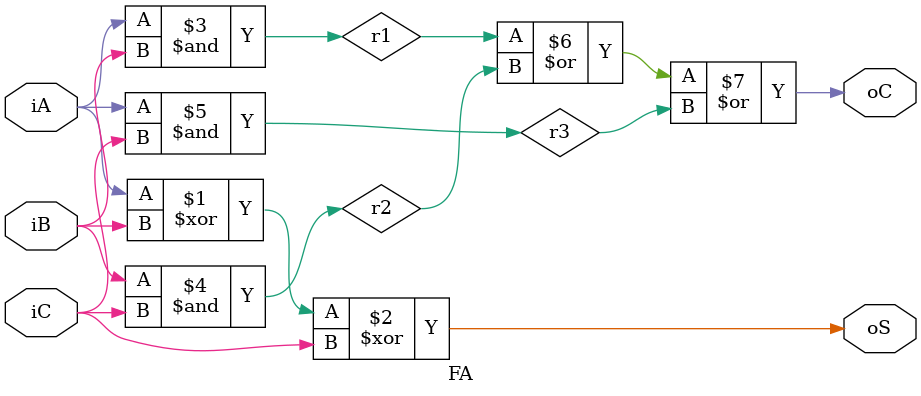
<source format=v>
`timescale 1ns / 1ps


module FA(
    input iA,
    input iB,
    input iC,
    output oS,
    output oC
    );
    wire r1,r2,r3;
    xor (oS,iA,iB,iC);
    and (r1,iA,iB);
    and (r2,iB,iC);
    and (r3,iA,iC);
    or (oC,r1,r2,r3);
endmodule

</source>
